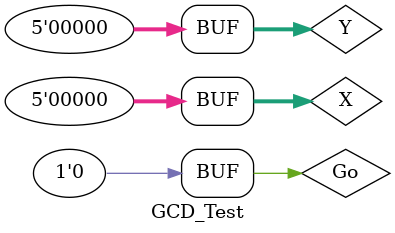
<source format=v>
`timescale 1ns / 1ps


module GCD_Test;

	// Inputs
	reg [4:0] X;
	reg [4:0] Y;
	reg Go;

	// Outputs
	wire Done;
	wire A;
	wire B;

	// Instantiate the Unit Under Test (UUT)
	GCD uut (
		.X(X), 
		.Y(Y), 
		.Go(Go), 
		.Done(Done), 
		.A(A), 
		.B(B)
	);

	initial begin
		// Initialize Inputs
		X = 0;
		Y = 0;
		Go = 0;

		// Wait 100 ns for global reset to finish
		#100;
        
		// Add stimulus here

	end
      
endmodule


</source>
